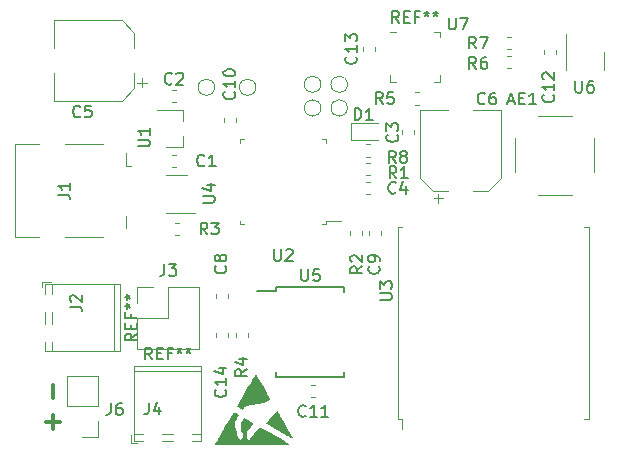
<source format=gbr>
G04 #@! TF.GenerationSoftware,KiCad,Pcbnew,(5.1.0)-1*
G04 #@! TF.CreationDate,2020-04-10T00:03:39+02:00*
G04 #@! TF.ProjectId,Heissluftballon,48656973-736c-4756-9674-62616c6c6f6e,rev?*
G04 #@! TF.SameCoordinates,Original*
G04 #@! TF.FileFunction,Legend,Top*
G04 #@! TF.FilePolarity,Positive*
%FSLAX46Y46*%
G04 Gerber Fmt 4.6, Leading zero omitted, Abs format (unit mm)*
G04 Created by KiCad (PCBNEW (5.1.0)-1) date 2020-04-10 00:03:39*
%MOMM*%
%LPD*%
G04 APERTURE LIST*
%ADD10C,0.300000*%
%ADD11C,0.010000*%
%ADD12C,0.120000*%
%ADD13C,0.150000*%
G04 APERTURE END LIST*
D10*
X70928571Y-112607142D02*
X72071428Y-112607142D01*
X71500000Y-113178571D02*
X71500000Y-112035714D01*
X71507142Y-110571428D02*
X71507142Y-109428571D01*
D11*
G36*
X88664043Y-108585835D02*
G01*
X88687065Y-108623245D01*
X88722534Y-108682514D01*
X88768996Y-108761118D01*
X88824996Y-108856538D01*
X88889081Y-108966250D01*
X88959796Y-109087734D01*
X89035687Y-109218468D01*
X89115299Y-109355930D01*
X89197178Y-109497598D01*
X89279870Y-109640951D01*
X89361921Y-109783467D01*
X89441876Y-109922624D01*
X89518281Y-110055901D01*
X89589682Y-110180776D01*
X89654624Y-110294727D01*
X89711653Y-110395233D01*
X89759315Y-110479772D01*
X89796155Y-110545822D01*
X89820720Y-110590862D01*
X89831554Y-110612370D01*
X89831951Y-110613714D01*
X89818501Y-110631965D01*
X89781114Y-110659882D01*
X89724235Y-110694725D01*
X89652312Y-110733754D01*
X89577015Y-110770843D01*
X89474560Y-110815817D01*
X89366817Y-110856226D01*
X89250073Y-110892969D01*
X89120618Y-110926942D01*
X88974740Y-110959044D01*
X88808726Y-110990173D01*
X88618866Y-111021227D01*
X88422469Y-111050145D01*
X88251834Y-111075800D01*
X88108545Y-111101198D01*
X87989008Y-111127602D01*
X87889630Y-111156273D01*
X87806818Y-111188473D01*
X87736978Y-111225465D01*
X87676518Y-111268512D01*
X87621845Y-111318875D01*
X87604214Y-111337583D01*
X87566000Y-111381139D01*
X87537732Y-111416682D01*
X87524618Y-111437583D01*
X87524268Y-111439297D01*
X87519680Y-111449806D01*
X87503758Y-111449924D01*
X87473266Y-111438254D01*
X87424968Y-111413396D01*
X87355627Y-111373952D01*
X87307439Y-111345587D01*
X87235583Y-111301247D01*
X87179742Y-111263279D01*
X87143667Y-111234416D01*
X87131113Y-111217388D01*
X87131121Y-111217264D01*
X87138906Y-111201037D01*
X87160892Y-111160400D01*
X87195803Y-111097567D01*
X87242363Y-111014752D01*
X87299295Y-110914172D01*
X87365323Y-110798040D01*
X87439172Y-110668571D01*
X87519564Y-110527980D01*
X87605224Y-110378482D01*
X87694876Y-110222292D01*
X87787243Y-110061624D01*
X87881049Y-109898693D01*
X87975018Y-109735713D01*
X88067874Y-109574900D01*
X88158340Y-109418468D01*
X88245141Y-109268633D01*
X88327000Y-109127608D01*
X88402641Y-108997609D01*
X88470787Y-108880849D01*
X88530163Y-108779545D01*
X88579493Y-108695911D01*
X88617500Y-108632162D01*
X88642907Y-108590511D01*
X88654440Y-108573175D01*
X88654923Y-108572805D01*
X88664043Y-108585835D01*
X88664043Y-108585835D01*
G37*
X88664043Y-108585835D02*
X88687065Y-108623245D01*
X88722534Y-108682514D01*
X88768996Y-108761118D01*
X88824996Y-108856538D01*
X88889081Y-108966250D01*
X88959796Y-109087734D01*
X89035687Y-109218468D01*
X89115299Y-109355930D01*
X89197178Y-109497598D01*
X89279870Y-109640951D01*
X89361921Y-109783467D01*
X89441876Y-109922624D01*
X89518281Y-110055901D01*
X89589682Y-110180776D01*
X89654624Y-110294727D01*
X89711653Y-110395233D01*
X89759315Y-110479772D01*
X89796155Y-110545822D01*
X89820720Y-110590862D01*
X89831554Y-110612370D01*
X89831951Y-110613714D01*
X89818501Y-110631965D01*
X89781114Y-110659882D01*
X89724235Y-110694725D01*
X89652312Y-110733754D01*
X89577015Y-110770843D01*
X89474560Y-110815817D01*
X89366817Y-110856226D01*
X89250073Y-110892969D01*
X89120618Y-110926942D01*
X88974740Y-110959044D01*
X88808726Y-110990173D01*
X88618866Y-111021227D01*
X88422469Y-111050145D01*
X88251834Y-111075800D01*
X88108545Y-111101198D01*
X87989008Y-111127602D01*
X87889630Y-111156273D01*
X87806818Y-111188473D01*
X87736978Y-111225465D01*
X87676518Y-111268512D01*
X87621845Y-111318875D01*
X87604214Y-111337583D01*
X87566000Y-111381139D01*
X87537732Y-111416682D01*
X87524618Y-111437583D01*
X87524268Y-111439297D01*
X87519680Y-111449806D01*
X87503758Y-111449924D01*
X87473266Y-111438254D01*
X87424968Y-111413396D01*
X87355627Y-111373952D01*
X87307439Y-111345587D01*
X87235583Y-111301247D01*
X87179742Y-111263279D01*
X87143667Y-111234416D01*
X87131113Y-111217388D01*
X87131121Y-111217264D01*
X87138906Y-111201037D01*
X87160892Y-111160400D01*
X87195803Y-111097567D01*
X87242363Y-111014752D01*
X87299295Y-110914172D01*
X87365323Y-110798040D01*
X87439172Y-110668571D01*
X87519564Y-110527980D01*
X87605224Y-110378482D01*
X87694876Y-110222292D01*
X87787243Y-110061624D01*
X87881049Y-109898693D01*
X87975018Y-109735713D01*
X88067874Y-109574900D01*
X88158340Y-109418468D01*
X88245141Y-109268633D01*
X88327000Y-109127608D01*
X88402641Y-108997609D01*
X88470787Y-108880849D01*
X88530163Y-108779545D01*
X88579493Y-108695911D01*
X88617500Y-108632162D01*
X88642907Y-108590511D01*
X88654440Y-108573175D01*
X88654923Y-108572805D01*
X88664043Y-108585835D01*
G36*
X90487528Y-111734619D02*
G01*
X90498908Y-111753693D01*
X90524488Y-111797421D01*
X90563002Y-111863619D01*
X90613186Y-111950102D01*
X90673775Y-112054685D01*
X90743503Y-112175183D01*
X90821107Y-112309412D01*
X90905320Y-112455187D01*
X90994879Y-112610323D01*
X91086998Y-112770000D01*
X91181076Y-112933117D01*
X91271402Y-113089709D01*
X91356665Y-113237506D01*
X91435557Y-113374240D01*
X91506769Y-113497642D01*
X91568991Y-113605444D01*
X91620913Y-113695377D01*
X91661228Y-113765173D01*
X91688624Y-113812564D01*
X91701507Y-113834786D01*
X91722507Y-113872330D01*
X91733925Y-113895831D01*
X91734551Y-113899920D01*
X91720636Y-113892242D01*
X91681941Y-113870203D01*
X91620487Y-113834971D01*
X91538298Y-113787711D01*
X91437396Y-113729589D01*
X91319805Y-113661771D01*
X91187546Y-113585424D01*
X91042642Y-113501714D01*
X90887117Y-113411806D01*
X90722992Y-113316867D01*
X90660549Y-113280732D01*
X90493487Y-113184083D01*
X90334074Y-113091938D01*
X90184355Y-113005475D01*
X90046376Y-112925871D01*
X89922185Y-112854305D01*
X89813827Y-112791955D01*
X89723348Y-112739998D01*
X89652796Y-112699613D01*
X89604215Y-112671978D01*
X89579654Y-112658272D01*
X89577085Y-112656974D01*
X89584569Y-112645220D01*
X89610614Y-112613795D01*
X89652559Y-112565594D01*
X89707746Y-112503510D01*
X89773517Y-112430439D01*
X89847212Y-112349276D01*
X89926173Y-112262916D01*
X90007740Y-112174253D01*
X90089254Y-112086182D01*
X90168057Y-112001599D01*
X90241490Y-111923397D01*
X90306893Y-111854472D01*
X90361608Y-111797719D01*
X90402977Y-111756032D01*
X90417164Y-111742363D01*
X90464180Y-111698201D01*
X90487528Y-111734619D01*
X90487528Y-111734619D01*
G37*
X90487528Y-111734619D02*
X90498908Y-111753693D01*
X90524488Y-111797421D01*
X90563002Y-111863619D01*
X90613186Y-111950102D01*
X90673775Y-112054685D01*
X90743503Y-112175183D01*
X90821107Y-112309412D01*
X90905320Y-112455187D01*
X90994879Y-112610323D01*
X91086998Y-112770000D01*
X91181076Y-112933117D01*
X91271402Y-113089709D01*
X91356665Y-113237506D01*
X91435557Y-113374240D01*
X91506769Y-113497642D01*
X91568991Y-113605444D01*
X91620913Y-113695377D01*
X91661228Y-113765173D01*
X91688624Y-113812564D01*
X91701507Y-113834786D01*
X91722507Y-113872330D01*
X91733925Y-113895831D01*
X91734551Y-113899920D01*
X91720636Y-113892242D01*
X91681941Y-113870203D01*
X91620487Y-113834971D01*
X91538298Y-113787711D01*
X91437396Y-113729589D01*
X91319805Y-113661771D01*
X91187546Y-113585424D01*
X91042642Y-113501714D01*
X90887117Y-113411806D01*
X90722992Y-113316867D01*
X90660549Y-113280732D01*
X90493487Y-113184083D01*
X90334074Y-113091938D01*
X90184355Y-113005475D01*
X90046376Y-112925871D01*
X89922185Y-112854305D01*
X89813827Y-112791955D01*
X89723348Y-112739998D01*
X89652796Y-112699613D01*
X89604215Y-112671978D01*
X89579654Y-112658272D01*
X89577085Y-112656974D01*
X89584569Y-112645220D01*
X89610614Y-112613795D01*
X89652559Y-112565594D01*
X89707746Y-112503510D01*
X89773517Y-112430439D01*
X89847212Y-112349276D01*
X89926173Y-112262916D01*
X90007740Y-112174253D01*
X90089254Y-112086182D01*
X90168057Y-112001599D01*
X90241490Y-111923397D01*
X90306893Y-111854472D01*
X90361608Y-111797719D01*
X90402977Y-111756032D01*
X90417164Y-111742363D01*
X90464180Y-111698201D01*
X90487528Y-111734619D01*
G36*
X86822094Y-111791158D02*
G01*
X86854619Y-111803736D01*
X86904193Y-111828712D01*
X86975374Y-111867876D01*
X86980916Y-111870988D01*
X87046474Y-111908476D01*
X87101798Y-111941319D01*
X87141455Y-111966205D01*
X87160012Y-111979820D01*
X87160531Y-111980487D01*
X87156048Y-111999390D01*
X87135486Y-112041605D01*
X87100183Y-112104832D01*
X87051480Y-112186772D01*
X86990718Y-112285122D01*
X86919236Y-112397585D01*
X86901445Y-112425165D01*
X86855093Y-112501699D01*
X86821342Y-112567556D01*
X86803153Y-112616782D01*
X86801286Y-112626507D01*
X86802115Y-112669312D01*
X86811394Y-112737209D01*
X86827968Y-112825843D01*
X86850680Y-112930859D01*
X86878373Y-113047902D01*
X86909890Y-113172616D01*
X86944075Y-113300645D01*
X86979771Y-113427634D01*
X87015821Y-113549228D01*
X87051068Y-113661072D01*
X87084356Y-113758810D01*
X87114528Y-113838087D01*
X87135561Y-113885122D01*
X87160337Y-113935225D01*
X87183730Y-113983168D01*
X87184997Y-113985793D01*
X87223699Y-114034220D01*
X87280184Y-114066828D01*
X87345939Y-114082454D01*
X87412451Y-114079937D01*
X87471205Y-114058114D01*
X87504258Y-114029382D01*
X87551859Y-113950583D01*
X87586739Y-113852378D01*
X87605877Y-113744779D01*
X87608588Y-113683780D01*
X87597670Y-113569935D01*
X87565624Y-113475660D01*
X87510726Y-113396379D01*
X87493607Y-113378733D01*
X87442661Y-113329235D01*
X87439163Y-112979362D01*
X87435664Y-112629489D01*
X87524818Y-112494531D01*
X87566654Y-112433445D01*
X87606945Y-112378493D01*
X87639943Y-112337336D01*
X87654126Y-112322192D01*
X87694281Y-112284810D01*
X87748665Y-112314098D01*
X87783039Y-112335084D01*
X87801846Y-112351378D01*
X87803049Y-112354307D01*
X87815903Y-112366728D01*
X87837896Y-112375977D01*
X87859150Y-112384313D01*
X87891694Y-112400149D01*
X87938322Y-112425033D01*
X88001829Y-112460509D01*
X88085008Y-112508123D01*
X88190653Y-112569422D01*
X88248062Y-112602932D01*
X88315594Y-112643071D01*
X88359885Y-112671659D01*
X88384855Y-112692039D01*
X88394423Y-112707553D01*
X88392508Y-112721546D01*
X88390911Y-112724796D01*
X88375376Y-112745266D01*
X88342136Y-112783665D01*
X88295062Y-112835696D01*
X88238028Y-112897066D01*
X88188700Y-112949090D01*
X88075030Y-113072567D01*
X87986105Y-113179591D01*
X87921134Y-113271240D01*
X87879321Y-113348588D01*
X87865217Y-113387866D01*
X87859392Y-113422249D01*
X87853375Y-113480899D01*
X87847696Y-113557117D01*
X87842884Y-113644202D01*
X87840619Y-113699268D01*
X87837459Y-113794464D01*
X87836069Y-113864062D01*
X87836858Y-113913409D01*
X87840235Y-113947854D01*
X87846608Y-113972743D01*
X87856387Y-113993425D01*
X87864067Y-114006053D01*
X87908421Y-114054726D01*
X87965574Y-114088645D01*
X88025708Y-114103438D01*
X88070773Y-114098086D01*
X88111576Y-114074930D01*
X88162724Y-114033462D01*
X88217042Y-113980912D01*
X88267357Y-113924516D01*
X88306494Y-113871505D01*
X88320905Y-113845889D01*
X88342491Y-113810814D01*
X88381753Y-113757389D01*
X88435102Y-113689789D01*
X88498952Y-113612190D01*
X88569715Y-113528768D01*
X88643804Y-113443698D01*
X88717632Y-113361155D01*
X88787611Y-113285316D01*
X88850155Y-113220356D01*
X88899260Y-113172669D01*
X88953779Y-113125032D01*
X88999642Y-113089908D01*
X89031811Y-113070949D01*
X89042489Y-113068864D01*
X89058853Y-113077274D01*
X89099671Y-113099846D01*
X89162586Y-113135224D01*
X89245244Y-113182054D01*
X89345289Y-113238981D01*
X89460366Y-113304649D01*
X89588119Y-113377703D01*
X89726194Y-113456788D01*
X89872234Y-113540548D01*
X90023884Y-113627629D01*
X90178790Y-113716676D01*
X90334595Y-113806332D01*
X90488944Y-113895243D01*
X90639482Y-113982054D01*
X90783854Y-114065409D01*
X90919704Y-114143954D01*
X91044677Y-114216333D01*
X91156417Y-114281190D01*
X91252570Y-114337171D01*
X91330779Y-114382920D01*
X91388689Y-114417083D01*
X91423946Y-114438304D01*
X91434165Y-114444963D01*
X91420402Y-114446280D01*
X91377104Y-114447559D01*
X91305714Y-114448796D01*
X91207673Y-114449983D01*
X91084422Y-114451115D01*
X90937403Y-114452186D01*
X90768057Y-114453189D01*
X90577826Y-114454119D01*
X90368151Y-114454968D01*
X90140473Y-114455732D01*
X89896235Y-114456403D01*
X89636877Y-114456976D01*
X89363841Y-114457444D01*
X89078568Y-114457802D01*
X88782500Y-114458042D01*
X88477079Y-114458159D01*
X88348924Y-114458171D01*
X85248970Y-114458171D01*
X85470053Y-114074847D01*
X85516856Y-113993680D01*
X85577102Y-113889166D01*
X85648778Y-113764801D01*
X85729869Y-113624082D01*
X85818362Y-113470503D01*
X85912240Y-113307562D01*
X86009491Y-113138754D01*
X86108100Y-112967575D01*
X86206053Y-112797521D01*
X86230825Y-112754512D01*
X86321152Y-112597857D01*
X86407289Y-112448803D01*
X86487942Y-112309568D01*
X86561816Y-112182371D01*
X86627617Y-112069432D01*
X86684050Y-111972968D01*
X86729821Y-111895200D01*
X86763635Y-111838346D01*
X86784198Y-111804625D01*
X86789953Y-111796040D01*
X86802058Y-111789189D01*
X86822094Y-111791158D01*
X86822094Y-111791158D01*
G37*
X86822094Y-111791158D02*
X86854619Y-111803736D01*
X86904193Y-111828712D01*
X86975374Y-111867876D01*
X86980916Y-111870988D01*
X87046474Y-111908476D01*
X87101798Y-111941319D01*
X87141455Y-111966205D01*
X87160012Y-111979820D01*
X87160531Y-111980487D01*
X87156048Y-111999390D01*
X87135486Y-112041605D01*
X87100183Y-112104832D01*
X87051480Y-112186772D01*
X86990718Y-112285122D01*
X86919236Y-112397585D01*
X86901445Y-112425165D01*
X86855093Y-112501699D01*
X86821342Y-112567556D01*
X86803153Y-112616782D01*
X86801286Y-112626507D01*
X86802115Y-112669312D01*
X86811394Y-112737209D01*
X86827968Y-112825843D01*
X86850680Y-112930859D01*
X86878373Y-113047902D01*
X86909890Y-113172616D01*
X86944075Y-113300645D01*
X86979771Y-113427634D01*
X87015821Y-113549228D01*
X87051068Y-113661072D01*
X87084356Y-113758810D01*
X87114528Y-113838087D01*
X87135561Y-113885122D01*
X87160337Y-113935225D01*
X87183730Y-113983168D01*
X87184997Y-113985793D01*
X87223699Y-114034220D01*
X87280184Y-114066828D01*
X87345939Y-114082454D01*
X87412451Y-114079937D01*
X87471205Y-114058114D01*
X87504258Y-114029382D01*
X87551859Y-113950583D01*
X87586739Y-113852378D01*
X87605877Y-113744779D01*
X87608588Y-113683780D01*
X87597670Y-113569935D01*
X87565624Y-113475660D01*
X87510726Y-113396379D01*
X87493607Y-113378733D01*
X87442661Y-113329235D01*
X87439163Y-112979362D01*
X87435664Y-112629489D01*
X87524818Y-112494531D01*
X87566654Y-112433445D01*
X87606945Y-112378493D01*
X87639943Y-112337336D01*
X87654126Y-112322192D01*
X87694281Y-112284810D01*
X87748665Y-112314098D01*
X87783039Y-112335084D01*
X87801846Y-112351378D01*
X87803049Y-112354307D01*
X87815903Y-112366728D01*
X87837896Y-112375977D01*
X87859150Y-112384313D01*
X87891694Y-112400149D01*
X87938322Y-112425033D01*
X88001829Y-112460509D01*
X88085008Y-112508123D01*
X88190653Y-112569422D01*
X88248062Y-112602932D01*
X88315594Y-112643071D01*
X88359885Y-112671659D01*
X88384855Y-112692039D01*
X88394423Y-112707553D01*
X88392508Y-112721546D01*
X88390911Y-112724796D01*
X88375376Y-112745266D01*
X88342136Y-112783665D01*
X88295062Y-112835696D01*
X88238028Y-112897066D01*
X88188700Y-112949090D01*
X88075030Y-113072567D01*
X87986105Y-113179591D01*
X87921134Y-113271240D01*
X87879321Y-113348588D01*
X87865217Y-113387866D01*
X87859392Y-113422249D01*
X87853375Y-113480899D01*
X87847696Y-113557117D01*
X87842884Y-113644202D01*
X87840619Y-113699268D01*
X87837459Y-113794464D01*
X87836069Y-113864062D01*
X87836858Y-113913409D01*
X87840235Y-113947854D01*
X87846608Y-113972743D01*
X87856387Y-113993425D01*
X87864067Y-114006053D01*
X87908421Y-114054726D01*
X87965574Y-114088645D01*
X88025708Y-114103438D01*
X88070773Y-114098086D01*
X88111576Y-114074930D01*
X88162724Y-114033462D01*
X88217042Y-113980912D01*
X88267357Y-113924516D01*
X88306494Y-113871505D01*
X88320905Y-113845889D01*
X88342491Y-113810814D01*
X88381753Y-113757389D01*
X88435102Y-113689789D01*
X88498952Y-113612190D01*
X88569715Y-113528768D01*
X88643804Y-113443698D01*
X88717632Y-113361155D01*
X88787611Y-113285316D01*
X88850155Y-113220356D01*
X88899260Y-113172669D01*
X88953779Y-113125032D01*
X88999642Y-113089908D01*
X89031811Y-113070949D01*
X89042489Y-113068864D01*
X89058853Y-113077274D01*
X89099671Y-113099846D01*
X89162586Y-113135224D01*
X89245244Y-113182054D01*
X89345289Y-113238981D01*
X89460366Y-113304649D01*
X89588119Y-113377703D01*
X89726194Y-113456788D01*
X89872234Y-113540548D01*
X90023884Y-113627629D01*
X90178790Y-113716676D01*
X90334595Y-113806332D01*
X90488944Y-113895243D01*
X90639482Y-113982054D01*
X90783854Y-114065409D01*
X90919704Y-114143954D01*
X91044677Y-114216333D01*
X91156417Y-114281190D01*
X91252570Y-114337171D01*
X91330779Y-114382920D01*
X91388689Y-114417083D01*
X91423946Y-114438304D01*
X91434165Y-114444963D01*
X91420402Y-114446280D01*
X91377104Y-114447559D01*
X91305714Y-114448796D01*
X91207673Y-114449983D01*
X91084422Y-114451115D01*
X90937403Y-114452186D01*
X90768057Y-114453189D01*
X90577826Y-114454119D01*
X90368151Y-114454968D01*
X90140473Y-114455732D01*
X89896235Y-114456403D01*
X89636877Y-114456976D01*
X89363841Y-114457444D01*
X89078568Y-114457802D01*
X88782500Y-114458042D01*
X88477079Y-114458159D01*
X88348924Y-114458171D01*
X85248970Y-114458171D01*
X85470053Y-114074847D01*
X85516856Y-113993680D01*
X85577102Y-113889166D01*
X85648778Y-113764801D01*
X85729869Y-113624082D01*
X85818362Y-113470503D01*
X85912240Y-113307562D01*
X86009491Y-113138754D01*
X86108100Y-112967575D01*
X86206053Y-112797521D01*
X86230825Y-112754512D01*
X86321152Y-112597857D01*
X86407289Y-112448803D01*
X86487942Y-112309568D01*
X86561816Y-112182371D01*
X86627617Y-112069432D01*
X86684050Y-111972968D01*
X86729821Y-111895200D01*
X86763635Y-111838346D01*
X86784198Y-111804625D01*
X86789953Y-111796040D01*
X86802058Y-111789189D01*
X86822094Y-111791158D01*
D12*
X78390000Y-107840000D02*
X78390000Y-114160000D01*
X78390000Y-113600000D02*
X79160000Y-113600000D01*
X80740000Y-113600000D02*
X81700000Y-113600000D01*
X78390000Y-108300000D02*
X84050000Y-108300000D01*
X83280000Y-113600000D02*
X84050000Y-113600000D01*
X78390000Y-107840000D02*
X84050000Y-107840000D01*
X78390000Y-114160000D02*
X79160000Y-114160000D01*
X80740000Y-114160000D02*
X81700000Y-114160000D01*
X83280000Y-114160000D02*
X84050000Y-114160000D01*
X84050000Y-107840000D02*
X84050000Y-114160000D01*
X78150000Y-114400000D02*
X78650000Y-114400000D01*
X78150000Y-113660000D02*
X78150000Y-114400000D01*
X77160000Y-100940000D02*
X70840000Y-100940000D01*
X71400000Y-100940000D02*
X71400000Y-101710000D01*
X71400000Y-103290000D02*
X71400000Y-104250000D01*
X76700000Y-100940000D02*
X76700000Y-106600000D01*
X71400000Y-105830000D02*
X71400000Y-106600000D01*
X77160000Y-100940000D02*
X77160000Y-106600000D01*
X70840000Y-100940000D02*
X70840000Y-101710000D01*
X70840000Y-103290000D02*
X70840000Y-104250000D01*
X70840000Y-105830000D02*
X70840000Y-106600000D01*
X77160000Y-106600000D02*
X70840000Y-106600000D01*
X70600000Y-100700000D02*
X70600000Y-101200000D01*
X71340000Y-100700000D02*
X70600000Y-100700000D01*
X100550000Y-83760000D02*
X100040000Y-83760000D01*
X104260000Y-83250000D02*
X104260000Y-83760000D01*
X100040000Y-83250000D02*
X100040000Y-83760000D01*
X103750000Y-79540000D02*
X104260000Y-79540000D01*
X103750000Y-83760000D02*
X104260000Y-83760000D01*
X100550000Y-79540000D02*
X100040000Y-79540000D01*
X104260000Y-79950000D02*
X104260000Y-79540000D01*
X98037221Y-90110000D02*
X98362779Y-90110000D01*
X98037221Y-89090000D02*
X98362779Y-89090000D01*
X96715000Y-88735000D02*
X99000000Y-88735000D01*
X96715000Y-87265000D02*
X96715000Y-88735000D01*
X99000000Y-87265000D02*
X96715000Y-87265000D01*
X96450000Y-84000000D02*
G75*
G03X96450000Y-84000000I-700000J0D01*
G01*
X94200000Y-86000000D02*
G75*
G03X94200000Y-86000000I-700000J0D01*
G01*
X96450000Y-86000000D02*
G75*
G03X96450000Y-86000000I-700000J0D01*
G01*
X94200000Y-84000000D02*
G75*
G03X94200000Y-84000000I-700000J0D01*
G01*
X85200000Y-84250000D02*
G75*
G03X85200000Y-84250000I-700000J0D01*
G01*
X88700000Y-84250000D02*
G75*
G03X88700000Y-84250000I-700000J0D01*
G01*
X103758750Y-93643750D02*
X104546250Y-93643750D01*
X104152500Y-94037500D02*
X104152500Y-93250000D01*
X108345563Y-93010000D02*
X109410000Y-91945563D01*
X103654437Y-93010000D02*
X102590000Y-91945563D01*
X103654437Y-93010000D02*
X104940000Y-93010000D01*
X108345563Y-93010000D02*
X107060000Y-93010000D01*
X109410000Y-91945563D02*
X109410000Y-86190000D01*
X102590000Y-91945563D02*
X102590000Y-86190000D01*
X102590000Y-86190000D02*
X104940000Y-86190000D01*
X109410000Y-86190000D02*
X107060000Y-86190000D01*
X75330000Y-113870000D02*
X74000000Y-113870000D01*
X75330000Y-112540000D02*
X75330000Y-113870000D01*
X75330000Y-111270000D02*
X72670000Y-111270000D01*
X72670000Y-111270000D02*
X72670000Y-108670000D01*
X75330000Y-111270000D02*
X75330000Y-108670000D01*
X75330000Y-108670000D02*
X72670000Y-108670000D01*
X110262779Y-79990000D02*
X109937221Y-79990000D01*
X110262779Y-81010000D02*
X109937221Y-81010000D01*
X110262779Y-81590000D02*
X109937221Y-81590000D01*
X110262779Y-82610000D02*
X109937221Y-82610000D01*
X102137221Y-85710000D02*
X102462779Y-85710000D01*
X102137221Y-84690000D02*
X102462779Y-84690000D01*
X112550000Y-86645000D02*
X115450000Y-86645000D01*
X112550000Y-93355000D02*
X115450000Y-93355000D01*
X117355000Y-88550000D02*
X117355000Y-91450000D01*
X110645000Y-88550000D02*
X110645000Y-91450000D01*
X78670000Y-101170000D02*
X80000000Y-101170000D01*
X78670000Y-102500000D02*
X78670000Y-101170000D01*
X81270000Y-101170000D02*
X83870000Y-101170000D01*
X81270000Y-103770000D02*
X81270000Y-101170000D01*
X78670000Y-103770000D02*
X81270000Y-103770000D01*
X83870000Y-101170000D02*
X83870000Y-106370000D01*
X78670000Y-103770000D02*
X78670000Y-106370000D01*
X78670000Y-106370000D02*
X83870000Y-106370000D01*
X85290000Y-105037221D02*
X85290000Y-105362779D01*
X86310000Y-105037221D02*
X86310000Y-105362779D01*
X97790000Y-80837221D02*
X97790000Y-81162779D01*
X98810000Y-80837221D02*
X98810000Y-81162779D01*
X114990000Y-79750000D02*
X114990000Y-82750000D01*
X118210000Y-81250000D02*
X118210000Y-82750000D01*
D13*
X90425000Y-101475000D02*
X88825000Y-101475000D01*
X90425000Y-108775000D02*
X96175000Y-108775000D01*
X90425000Y-101125000D02*
X96175000Y-101125000D01*
X90425000Y-108775000D02*
X90425000Y-108325000D01*
X96175000Y-108775000D02*
X96175000Y-108325000D01*
X96175000Y-101125000D02*
X96175000Y-101575000D01*
X90425000Y-101125000D02*
X90425000Y-101475000D01*
D12*
X81100000Y-94860000D02*
X83550000Y-94860000D01*
X82900000Y-91640000D02*
X81100000Y-91640000D01*
X94610000Y-95560000D02*
X95925000Y-95560000D01*
X94610000Y-95860000D02*
X94610000Y-95560000D01*
X94310000Y-95860000D02*
X94610000Y-95860000D01*
X87390000Y-95860000D02*
X87390000Y-95560000D01*
X87690000Y-95860000D02*
X87390000Y-95860000D01*
X94610000Y-88640000D02*
X94610000Y-88940000D01*
X94310000Y-88640000D02*
X94610000Y-88640000D01*
X87390000Y-88640000D02*
X87390000Y-88940000D01*
X87690000Y-88640000D02*
X87390000Y-88640000D01*
X87040000Y-105037221D02*
X87040000Y-105362779D01*
X88060000Y-105037221D02*
X88060000Y-105362779D01*
X81837221Y-96760000D02*
X82162779Y-96760000D01*
X81837221Y-95740000D02*
X82162779Y-95740000D01*
X97710000Y-96762779D02*
X97710000Y-96437221D01*
X96690000Y-96762779D02*
X96690000Y-96437221D01*
X98037221Y-91710000D02*
X98362779Y-91710000D01*
X98037221Y-90690000D02*
X98362779Y-90690000D01*
X68340000Y-89090000D02*
X70290000Y-89090000D01*
X72510000Y-89090000D02*
X75740000Y-89090000D01*
X77660000Y-89810000D02*
X77660000Y-90890000D01*
X77660000Y-95110000D02*
X77660000Y-96190000D01*
X72510000Y-96910000D02*
X75740000Y-96910000D01*
X68340000Y-96910000D02*
X70290000Y-96910000D01*
X77660000Y-90890000D02*
X78090000Y-90890000D01*
X68340000Y-96910000D02*
X68340000Y-89090000D01*
X113090000Y-81087221D02*
X113090000Y-81412779D01*
X114110000Y-81087221D02*
X114110000Y-81412779D01*
X93387221Y-110460000D02*
X93712779Y-110460000D01*
X93387221Y-109440000D02*
X93712779Y-109440000D01*
X85990000Y-86837221D02*
X85990000Y-87162779D01*
X87010000Y-86837221D02*
X87010000Y-87162779D01*
X98290000Y-96437221D02*
X98290000Y-96762779D01*
X99310000Y-96437221D02*
X99310000Y-96762779D01*
X85290000Y-101787221D02*
X85290000Y-102112779D01*
X86310000Y-101787221D02*
X86310000Y-102112779D01*
X79043750Y-84241250D02*
X79043750Y-83453750D01*
X79437500Y-83847500D02*
X78650000Y-83847500D01*
X78410000Y-79654437D02*
X77345563Y-78590000D01*
X78410000Y-84345563D02*
X77345563Y-85410000D01*
X78410000Y-84345563D02*
X78410000Y-83060000D01*
X78410000Y-79654437D02*
X78410000Y-80940000D01*
X77345563Y-78590000D02*
X71590000Y-78590000D01*
X77345563Y-85410000D02*
X71590000Y-85410000D01*
X71590000Y-85410000D02*
X71590000Y-83060000D01*
X71590000Y-78590000D02*
X71590000Y-80940000D01*
X98362779Y-92290000D02*
X98037221Y-92290000D01*
X98362779Y-93310000D02*
X98037221Y-93310000D01*
X101050000Y-112300000D02*
X101050000Y-113200000D01*
X100700000Y-112300000D02*
X101050000Y-112300000D01*
X116900000Y-96100000D02*
X116500000Y-96100000D01*
X116900000Y-112300000D02*
X116900000Y-96100000D01*
X116500000Y-112300000D02*
X116900000Y-112300000D01*
X100700000Y-96100000D02*
X101100000Y-96100000D01*
X100700000Y-112300000D02*
X100700000Y-96100000D01*
X82510000Y-89330000D02*
X81050000Y-89330000D01*
X82510000Y-86170000D02*
X80350000Y-86170000D01*
X82510000Y-86170000D02*
X82510000Y-87100000D01*
X82510000Y-89330000D02*
X82510000Y-88400000D01*
X101090000Y-87837221D02*
X101090000Y-88162779D01*
X102110000Y-87837221D02*
X102110000Y-88162779D01*
X81587221Y-85510000D02*
X81912779Y-85510000D01*
X81587221Y-84490000D02*
X81912779Y-84490000D01*
X81587221Y-91010000D02*
X81912779Y-91010000D01*
X81587221Y-89990000D02*
X81912779Y-89990000D01*
D13*
X79616666Y-110952380D02*
X79616666Y-111666666D01*
X79569047Y-111809523D01*
X79473809Y-111904761D01*
X79330952Y-111952380D01*
X79235714Y-111952380D01*
X80521428Y-111285714D02*
X80521428Y-111952380D01*
X80283333Y-110904761D02*
X80045238Y-111619047D01*
X80664285Y-111619047D01*
X79886666Y-107292380D02*
X79553333Y-106816190D01*
X79315238Y-107292380D02*
X79315238Y-106292380D01*
X79696190Y-106292380D01*
X79791428Y-106340000D01*
X79839047Y-106387619D01*
X79886666Y-106482857D01*
X79886666Y-106625714D01*
X79839047Y-106720952D01*
X79791428Y-106768571D01*
X79696190Y-106816190D01*
X79315238Y-106816190D01*
X80315238Y-106768571D02*
X80648571Y-106768571D01*
X80791428Y-107292380D02*
X80315238Y-107292380D01*
X80315238Y-106292380D01*
X80791428Y-106292380D01*
X81553333Y-106768571D02*
X81220000Y-106768571D01*
X81220000Y-107292380D02*
X81220000Y-106292380D01*
X81696190Y-106292380D01*
X82220000Y-106292380D02*
X82220000Y-106530476D01*
X81981904Y-106435238D02*
X82220000Y-106530476D01*
X82458095Y-106435238D01*
X82077142Y-106720952D02*
X82220000Y-106530476D01*
X82362857Y-106720952D01*
X82981904Y-106292380D02*
X82981904Y-106530476D01*
X82743809Y-106435238D02*
X82981904Y-106530476D01*
X83220000Y-106435238D01*
X82839047Y-106720952D02*
X82981904Y-106530476D01*
X83124761Y-106720952D01*
X72952380Y-102833333D02*
X73666666Y-102833333D01*
X73809523Y-102880952D01*
X73904761Y-102976190D01*
X73952380Y-103119047D01*
X73952380Y-103214285D01*
X73047619Y-102404761D02*
X73000000Y-102357142D01*
X72952380Y-102261904D01*
X72952380Y-102023809D01*
X73000000Y-101928571D01*
X73047619Y-101880952D01*
X73142857Y-101833333D01*
X73238095Y-101833333D01*
X73380952Y-101880952D01*
X73952380Y-102452380D01*
X73952380Y-101833333D01*
X78612380Y-105103333D02*
X78136190Y-105436666D01*
X78612380Y-105674761D02*
X77612380Y-105674761D01*
X77612380Y-105293809D01*
X77660000Y-105198571D01*
X77707619Y-105150952D01*
X77802857Y-105103333D01*
X77945714Y-105103333D01*
X78040952Y-105150952D01*
X78088571Y-105198571D01*
X78136190Y-105293809D01*
X78136190Y-105674761D01*
X78088571Y-104674761D02*
X78088571Y-104341428D01*
X78612380Y-104198571D02*
X78612380Y-104674761D01*
X77612380Y-104674761D01*
X77612380Y-104198571D01*
X78088571Y-103436666D02*
X78088571Y-103770000D01*
X78612380Y-103770000D02*
X77612380Y-103770000D01*
X77612380Y-103293809D01*
X77612380Y-102770000D02*
X77850476Y-102770000D01*
X77755238Y-103008095D02*
X77850476Y-102770000D01*
X77755238Y-102531904D01*
X78040952Y-102912857D02*
X77850476Y-102770000D01*
X78040952Y-102627142D01*
X77612380Y-102008095D02*
X77850476Y-102008095D01*
X77755238Y-102246190D02*
X77850476Y-102008095D01*
X77755238Y-101770000D01*
X78040952Y-102150952D02*
X77850476Y-102008095D01*
X78040952Y-101865238D01*
X105038095Y-78352380D02*
X105038095Y-79161904D01*
X105085714Y-79257142D01*
X105133333Y-79304761D01*
X105228571Y-79352380D01*
X105419047Y-79352380D01*
X105514285Y-79304761D01*
X105561904Y-79257142D01*
X105609523Y-79161904D01*
X105609523Y-78352380D01*
X105990476Y-78352380D02*
X106657142Y-78352380D01*
X106228571Y-79352380D01*
X100816666Y-78802380D02*
X100483333Y-78326190D01*
X100245238Y-78802380D02*
X100245238Y-77802380D01*
X100626190Y-77802380D01*
X100721428Y-77850000D01*
X100769047Y-77897619D01*
X100816666Y-77992857D01*
X100816666Y-78135714D01*
X100769047Y-78230952D01*
X100721428Y-78278571D01*
X100626190Y-78326190D01*
X100245238Y-78326190D01*
X101245238Y-78278571D02*
X101578571Y-78278571D01*
X101721428Y-78802380D02*
X101245238Y-78802380D01*
X101245238Y-77802380D01*
X101721428Y-77802380D01*
X102483333Y-78278571D02*
X102150000Y-78278571D01*
X102150000Y-78802380D02*
X102150000Y-77802380D01*
X102626190Y-77802380D01*
X103150000Y-77802380D02*
X103150000Y-78040476D01*
X102911904Y-77945238D02*
X103150000Y-78040476D01*
X103388095Y-77945238D01*
X103007142Y-78230952D02*
X103150000Y-78040476D01*
X103292857Y-78230952D01*
X103911904Y-77802380D02*
X103911904Y-78040476D01*
X103673809Y-77945238D02*
X103911904Y-78040476D01*
X104150000Y-77945238D01*
X103769047Y-78230952D02*
X103911904Y-78040476D01*
X104054761Y-78230952D01*
X100533333Y-90652380D02*
X100200000Y-90176190D01*
X99961904Y-90652380D02*
X99961904Y-89652380D01*
X100342857Y-89652380D01*
X100438095Y-89700000D01*
X100485714Y-89747619D01*
X100533333Y-89842857D01*
X100533333Y-89985714D01*
X100485714Y-90080952D01*
X100438095Y-90128571D01*
X100342857Y-90176190D01*
X99961904Y-90176190D01*
X101104761Y-90080952D02*
X101009523Y-90033333D01*
X100961904Y-89985714D01*
X100914285Y-89890476D01*
X100914285Y-89842857D01*
X100961904Y-89747619D01*
X101009523Y-89700000D01*
X101104761Y-89652380D01*
X101295238Y-89652380D01*
X101390476Y-89700000D01*
X101438095Y-89747619D01*
X101485714Y-89842857D01*
X101485714Y-89890476D01*
X101438095Y-89985714D01*
X101390476Y-90033333D01*
X101295238Y-90080952D01*
X101104761Y-90080952D01*
X101009523Y-90128571D01*
X100961904Y-90176190D01*
X100914285Y-90271428D01*
X100914285Y-90461904D01*
X100961904Y-90557142D01*
X101009523Y-90604761D01*
X101104761Y-90652380D01*
X101295238Y-90652380D01*
X101390476Y-90604761D01*
X101438095Y-90557142D01*
X101485714Y-90461904D01*
X101485714Y-90271428D01*
X101438095Y-90176190D01*
X101390476Y-90128571D01*
X101295238Y-90080952D01*
X97061904Y-87022380D02*
X97061904Y-86022380D01*
X97300000Y-86022380D01*
X97442857Y-86070000D01*
X97538095Y-86165238D01*
X97585714Y-86260476D01*
X97633333Y-86450952D01*
X97633333Y-86593809D01*
X97585714Y-86784285D01*
X97538095Y-86879523D01*
X97442857Y-86974761D01*
X97300000Y-87022380D01*
X97061904Y-87022380D01*
X98585714Y-87022380D02*
X98014285Y-87022380D01*
X98300000Y-87022380D02*
X98300000Y-86022380D01*
X98204761Y-86165238D01*
X98109523Y-86260476D01*
X98014285Y-86308095D01*
X108083333Y-85607142D02*
X108035714Y-85654761D01*
X107892857Y-85702380D01*
X107797619Y-85702380D01*
X107654761Y-85654761D01*
X107559523Y-85559523D01*
X107511904Y-85464285D01*
X107464285Y-85273809D01*
X107464285Y-85130952D01*
X107511904Y-84940476D01*
X107559523Y-84845238D01*
X107654761Y-84750000D01*
X107797619Y-84702380D01*
X107892857Y-84702380D01*
X108035714Y-84750000D01*
X108083333Y-84797619D01*
X108940476Y-84702380D02*
X108750000Y-84702380D01*
X108654761Y-84750000D01*
X108607142Y-84797619D01*
X108511904Y-84940476D01*
X108464285Y-85130952D01*
X108464285Y-85511904D01*
X108511904Y-85607142D01*
X108559523Y-85654761D01*
X108654761Y-85702380D01*
X108845238Y-85702380D01*
X108940476Y-85654761D01*
X108988095Y-85607142D01*
X109035714Y-85511904D01*
X109035714Y-85273809D01*
X108988095Y-85178571D01*
X108940476Y-85130952D01*
X108845238Y-85083333D01*
X108654761Y-85083333D01*
X108559523Y-85130952D01*
X108511904Y-85178571D01*
X108464285Y-85273809D01*
X76416666Y-110992380D02*
X76416666Y-111706666D01*
X76369047Y-111849523D01*
X76273809Y-111944761D01*
X76130952Y-111992380D01*
X76035714Y-111992380D01*
X77321428Y-110992380D02*
X77130952Y-110992380D01*
X77035714Y-111040000D01*
X76988095Y-111087619D01*
X76892857Y-111230476D01*
X76845238Y-111420952D01*
X76845238Y-111801904D01*
X76892857Y-111897142D01*
X76940476Y-111944761D01*
X77035714Y-111992380D01*
X77226190Y-111992380D01*
X77321428Y-111944761D01*
X77369047Y-111897142D01*
X77416666Y-111801904D01*
X77416666Y-111563809D01*
X77369047Y-111468571D01*
X77321428Y-111420952D01*
X77226190Y-111373333D01*
X77035714Y-111373333D01*
X76940476Y-111420952D01*
X76892857Y-111468571D01*
X76845238Y-111563809D01*
X107333333Y-80952380D02*
X107000000Y-80476190D01*
X106761904Y-80952380D02*
X106761904Y-79952380D01*
X107142857Y-79952380D01*
X107238095Y-80000000D01*
X107285714Y-80047619D01*
X107333333Y-80142857D01*
X107333333Y-80285714D01*
X107285714Y-80380952D01*
X107238095Y-80428571D01*
X107142857Y-80476190D01*
X106761904Y-80476190D01*
X107666666Y-79952380D02*
X108333333Y-79952380D01*
X107904761Y-80952380D01*
X107333333Y-82702380D02*
X107000000Y-82226190D01*
X106761904Y-82702380D02*
X106761904Y-81702380D01*
X107142857Y-81702380D01*
X107238095Y-81750000D01*
X107285714Y-81797619D01*
X107333333Y-81892857D01*
X107333333Y-82035714D01*
X107285714Y-82130952D01*
X107238095Y-82178571D01*
X107142857Y-82226190D01*
X106761904Y-82226190D01*
X108190476Y-81702380D02*
X108000000Y-81702380D01*
X107904761Y-81750000D01*
X107857142Y-81797619D01*
X107761904Y-81940476D01*
X107714285Y-82130952D01*
X107714285Y-82511904D01*
X107761904Y-82607142D01*
X107809523Y-82654761D01*
X107904761Y-82702380D01*
X108095238Y-82702380D01*
X108190476Y-82654761D01*
X108238095Y-82607142D01*
X108285714Y-82511904D01*
X108285714Y-82273809D01*
X108238095Y-82178571D01*
X108190476Y-82130952D01*
X108095238Y-82083333D01*
X107904761Y-82083333D01*
X107809523Y-82130952D01*
X107761904Y-82178571D01*
X107714285Y-82273809D01*
X99433333Y-85652380D02*
X99100000Y-85176190D01*
X98861904Y-85652380D02*
X98861904Y-84652380D01*
X99242857Y-84652380D01*
X99338095Y-84700000D01*
X99385714Y-84747619D01*
X99433333Y-84842857D01*
X99433333Y-84985714D01*
X99385714Y-85080952D01*
X99338095Y-85128571D01*
X99242857Y-85176190D01*
X98861904Y-85176190D01*
X100338095Y-84652380D02*
X99861904Y-84652380D01*
X99814285Y-85128571D01*
X99861904Y-85080952D01*
X99957142Y-85033333D01*
X100195238Y-85033333D01*
X100290476Y-85080952D01*
X100338095Y-85128571D01*
X100385714Y-85223809D01*
X100385714Y-85461904D01*
X100338095Y-85557142D01*
X100290476Y-85604761D01*
X100195238Y-85652380D01*
X99957142Y-85652380D01*
X99861904Y-85604761D01*
X99814285Y-85557142D01*
X110083333Y-85416666D02*
X110559523Y-85416666D01*
X109988095Y-85702380D02*
X110321428Y-84702380D01*
X110654761Y-85702380D01*
X110988095Y-85178571D02*
X111321428Y-85178571D01*
X111464285Y-85702380D02*
X110988095Y-85702380D01*
X110988095Y-84702380D01*
X111464285Y-84702380D01*
X112416666Y-85702380D02*
X111845238Y-85702380D01*
X112130952Y-85702380D02*
X112130952Y-84702380D01*
X112035714Y-84845238D01*
X111940476Y-84940476D01*
X111845238Y-84988095D01*
X80936666Y-99202380D02*
X80936666Y-99916666D01*
X80889047Y-100059523D01*
X80793809Y-100154761D01*
X80650952Y-100202380D01*
X80555714Y-100202380D01*
X81317619Y-99202380D02*
X81936666Y-99202380D01*
X81603333Y-99583333D01*
X81746190Y-99583333D01*
X81841428Y-99630952D01*
X81889047Y-99678571D01*
X81936666Y-99773809D01*
X81936666Y-100011904D01*
X81889047Y-100107142D01*
X81841428Y-100154761D01*
X81746190Y-100202380D01*
X81460476Y-100202380D01*
X81365238Y-100154761D01*
X81317619Y-100107142D01*
X86107142Y-109842857D02*
X86154761Y-109890476D01*
X86202380Y-110033333D01*
X86202380Y-110128571D01*
X86154761Y-110271428D01*
X86059523Y-110366666D01*
X85964285Y-110414285D01*
X85773809Y-110461904D01*
X85630952Y-110461904D01*
X85440476Y-110414285D01*
X85345238Y-110366666D01*
X85250000Y-110271428D01*
X85202380Y-110128571D01*
X85202380Y-110033333D01*
X85250000Y-109890476D01*
X85297619Y-109842857D01*
X86202380Y-108890476D02*
X86202380Y-109461904D01*
X86202380Y-109176190D02*
X85202380Y-109176190D01*
X85345238Y-109271428D01*
X85440476Y-109366666D01*
X85488095Y-109461904D01*
X85535714Y-108033333D02*
X86202380Y-108033333D01*
X85154761Y-108271428D02*
X85869047Y-108509523D01*
X85869047Y-107890476D01*
X97157142Y-81642857D02*
X97204761Y-81690476D01*
X97252380Y-81833333D01*
X97252380Y-81928571D01*
X97204761Y-82071428D01*
X97109523Y-82166666D01*
X97014285Y-82214285D01*
X96823809Y-82261904D01*
X96680952Y-82261904D01*
X96490476Y-82214285D01*
X96395238Y-82166666D01*
X96300000Y-82071428D01*
X96252380Y-81928571D01*
X96252380Y-81833333D01*
X96300000Y-81690476D01*
X96347619Y-81642857D01*
X97252380Y-80690476D02*
X97252380Y-81261904D01*
X97252380Y-80976190D02*
X96252380Y-80976190D01*
X96395238Y-81071428D01*
X96490476Y-81166666D01*
X96538095Y-81261904D01*
X96252380Y-80357142D02*
X96252380Y-79738095D01*
X96633333Y-80071428D01*
X96633333Y-79928571D01*
X96680952Y-79833333D01*
X96728571Y-79785714D01*
X96823809Y-79738095D01*
X97061904Y-79738095D01*
X97157142Y-79785714D01*
X97204761Y-79833333D01*
X97252380Y-79928571D01*
X97252380Y-80214285D01*
X97204761Y-80309523D01*
X97157142Y-80357142D01*
X115738095Y-83702380D02*
X115738095Y-84511904D01*
X115785714Y-84607142D01*
X115833333Y-84654761D01*
X115928571Y-84702380D01*
X116119047Y-84702380D01*
X116214285Y-84654761D01*
X116261904Y-84607142D01*
X116309523Y-84511904D01*
X116309523Y-83702380D01*
X117214285Y-83702380D02*
X117023809Y-83702380D01*
X116928571Y-83750000D01*
X116880952Y-83797619D01*
X116785714Y-83940476D01*
X116738095Y-84130952D01*
X116738095Y-84511904D01*
X116785714Y-84607142D01*
X116833333Y-84654761D01*
X116928571Y-84702380D01*
X117119047Y-84702380D01*
X117214285Y-84654761D01*
X117261904Y-84607142D01*
X117309523Y-84511904D01*
X117309523Y-84273809D01*
X117261904Y-84178571D01*
X117214285Y-84130952D01*
X117119047Y-84083333D01*
X116928571Y-84083333D01*
X116833333Y-84130952D01*
X116785714Y-84178571D01*
X116738095Y-84273809D01*
X92538095Y-99652380D02*
X92538095Y-100461904D01*
X92585714Y-100557142D01*
X92633333Y-100604761D01*
X92728571Y-100652380D01*
X92919047Y-100652380D01*
X93014285Y-100604761D01*
X93061904Y-100557142D01*
X93109523Y-100461904D01*
X93109523Y-99652380D01*
X94061904Y-99652380D02*
X93585714Y-99652380D01*
X93538095Y-100128571D01*
X93585714Y-100080952D01*
X93680952Y-100033333D01*
X93919047Y-100033333D01*
X94014285Y-100080952D01*
X94061904Y-100128571D01*
X94109523Y-100223809D01*
X94109523Y-100461904D01*
X94061904Y-100557142D01*
X94014285Y-100604761D01*
X93919047Y-100652380D01*
X93680952Y-100652380D01*
X93585714Y-100604761D01*
X93538095Y-100557142D01*
X84202380Y-94011904D02*
X85011904Y-94011904D01*
X85107142Y-93964285D01*
X85154761Y-93916666D01*
X85202380Y-93821428D01*
X85202380Y-93630952D01*
X85154761Y-93535714D01*
X85107142Y-93488095D01*
X85011904Y-93440476D01*
X84202380Y-93440476D01*
X84535714Y-92535714D02*
X85202380Y-92535714D01*
X84154761Y-92773809D02*
X84869047Y-93011904D01*
X84869047Y-92392857D01*
X90238095Y-97952380D02*
X90238095Y-98761904D01*
X90285714Y-98857142D01*
X90333333Y-98904761D01*
X90428571Y-98952380D01*
X90619047Y-98952380D01*
X90714285Y-98904761D01*
X90761904Y-98857142D01*
X90809523Y-98761904D01*
X90809523Y-97952380D01*
X91238095Y-98047619D02*
X91285714Y-98000000D01*
X91380952Y-97952380D01*
X91619047Y-97952380D01*
X91714285Y-98000000D01*
X91761904Y-98047619D01*
X91809523Y-98142857D01*
X91809523Y-98238095D01*
X91761904Y-98380952D01*
X91190476Y-98952380D01*
X91809523Y-98952380D01*
X87952380Y-108116666D02*
X87476190Y-108450000D01*
X87952380Y-108688095D02*
X86952380Y-108688095D01*
X86952380Y-108307142D01*
X87000000Y-108211904D01*
X87047619Y-108164285D01*
X87142857Y-108116666D01*
X87285714Y-108116666D01*
X87380952Y-108164285D01*
X87428571Y-108211904D01*
X87476190Y-108307142D01*
X87476190Y-108688095D01*
X87285714Y-107259523D02*
X87952380Y-107259523D01*
X86904761Y-107497619D02*
X87619047Y-107735714D01*
X87619047Y-107116666D01*
X84583333Y-96702380D02*
X84250000Y-96226190D01*
X84011904Y-96702380D02*
X84011904Y-95702380D01*
X84392857Y-95702380D01*
X84488095Y-95750000D01*
X84535714Y-95797619D01*
X84583333Y-95892857D01*
X84583333Y-96035714D01*
X84535714Y-96130952D01*
X84488095Y-96178571D01*
X84392857Y-96226190D01*
X84011904Y-96226190D01*
X84916666Y-95702380D02*
X85535714Y-95702380D01*
X85202380Y-96083333D01*
X85345238Y-96083333D01*
X85440476Y-96130952D01*
X85488095Y-96178571D01*
X85535714Y-96273809D01*
X85535714Y-96511904D01*
X85488095Y-96607142D01*
X85440476Y-96654761D01*
X85345238Y-96702380D01*
X85059523Y-96702380D01*
X84964285Y-96654761D01*
X84916666Y-96607142D01*
X97702380Y-99416666D02*
X97226190Y-99750000D01*
X97702380Y-99988095D02*
X96702380Y-99988095D01*
X96702380Y-99607142D01*
X96750000Y-99511904D01*
X96797619Y-99464285D01*
X96892857Y-99416666D01*
X97035714Y-99416666D01*
X97130952Y-99464285D01*
X97178571Y-99511904D01*
X97226190Y-99607142D01*
X97226190Y-99988095D01*
X96797619Y-99035714D02*
X96750000Y-98988095D01*
X96702380Y-98892857D01*
X96702380Y-98654761D01*
X96750000Y-98559523D01*
X96797619Y-98511904D01*
X96892857Y-98464285D01*
X96988095Y-98464285D01*
X97130952Y-98511904D01*
X97702380Y-99083333D01*
X97702380Y-98464285D01*
X100583333Y-91952380D02*
X100250000Y-91476190D01*
X100011904Y-91952380D02*
X100011904Y-90952380D01*
X100392857Y-90952380D01*
X100488095Y-91000000D01*
X100535714Y-91047619D01*
X100583333Y-91142857D01*
X100583333Y-91285714D01*
X100535714Y-91380952D01*
X100488095Y-91428571D01*
X100392857Y-91476190D01*
X100011904Y-91476190D01*
X101535714Y-91952380D02*
X100964285Y-91952380D01*
X101250000Y-91952380D02*
X101250000Y-90952380D01*
X101154761Y-91095238D01*
X101059523Y-91190476D01*
X100964285Y-91238095D01*
X71952380Y-93333333D02*
X72666666Y-93333333D01*
X72809523Y-93380952D01*
X72904761Y-93476190D01*
X72952380Y-93619047D01*
X72952380Y-93714285D01*
X72952380Y-92333333D02*
X72952380Y-92904761D01*
X72952380Y-92619047D02*
X71952380Y-92619047D01*
X72095238Y-92714285D01*
X72190476Y-92809523D01*
X72238095Y-92904761D01*
X113857142Y-84892857D02*
X113904761Y-84940476D01*
X113952380Y-85083333D01*
X113952380Y-85178571D01*
X113904761Y-85321428D01*
X113809523Y-85416666D01*
X113714285Y-85464285D01*
X113523809Y-85511904D01*
X113380952Y-85511904D01*
X113190476Y-85464285D01*
X113095238Y-85416666D01*
X113000000Y-85321428D01*
X112952380Y-85178571D01*
X112952380Y-85083333D01*
X113000000Y-84940476D01*
X113047619Y-84892857D01*
X113952380Y-83940476D02*
X113952380Y-84511904D01*
X113952380Y-84226190D02*
X112952380Y-84226190D01*
X113095238Y-84321428D01*
X113190476Y-84416666D01*
X113238095Y-84511904D01*
X113047619Y-83559523D02*
X113000000Y-83511904D01*
X112952380Y-83416666D01*
X112952380Y-83178571D01*
X113000000Y-83083333D01*
X113047619Y-83035714D01*
X113142857Y-82988095D01*
X113238095Y-82988095D01*
X113380952Y-83035714D01*
X113952380Y-83607142D01*
X113952380Y-82988095D01*
X92907142Y-112057142D02*
X92859523Y-112104761D01*
X92716666Y-112152380D01*
X92621428Y-112152380D01*
X92478571Y-112104761D01*
X92383333Y-112009523D01*
X92335714Y-111914285D01*
X92288095Y-111723809D01*
X92288095Y-111580952D01*
X92335714Y-111390476D01*
X92383333Y-111295238D01*
X92478571Y-111200000D01*
X92621428Y-111152380D01*
X92716666Y-111152380D01*
X92859523Y-111200000D01*
X92907142Y-111247619D01*
X93859523Y-112152380D02*
X93288095Y-112152380D01*
X93573809Y-112152380D02*
X93573809Y-111152380D01*
X93478571Y-111295238D01*
X93383333Y-111390476D01*
X93288095Y-111438095D01*
X94811904Y-112152380D02*
X94240476Y-112152380D01*
X94526190Y-112152380D02*
X94526190Y-111152380D01*
X94430952Y-111295238D01*
X94335714Y-111390476D01*
X94240476Y-111438095D01*
X86857142Y-84642857D02*
X86904761Y-84690476D01*
X86952380Y-84833333D01*
X86952380Y-84928571D01*
X86904761Y-85071428D01*
X86809523Y-85166666D01*
X86714285Y-85214285D01*
X86523809Y-85261904D01*
X86380952Y-85261904D01*
X86190476Y-85214285D01*
X86095238Y-85166666D01*
X86000000Y-85071428D01*
X85952380Y-84928571D01*
X85952380Y-84833333D01*
X86000000Y-84690476D01*
X86047619Y-84642857D01*
X86952380Y-83690476D02*
X86952380Y-84261904D01*
X86952380Y-83976190D02*
X85952380Y-83976190D01*
X86095238Y-84071428D01*
X86190476Y-84166666D01*
X86238095Y-84261904D01*
X85952380Y-83071428D02*
X85952380Y-82976190D01*
X86000000Y-82880952D01*
X86047619Y-82833333D01*
X86142857Y-82785714D01*
X86333333Y-82738095D01*
X86571428Y-82738095D01*
X86761904Y-82785714D01*
X86857142Y-82833333D01*
X86904761Y-82880952D01*
X86952380Y-82976190D01*
X86952380Y-83071428D01*
X86904761Y-83166666D01*
X86857142Y-83214285D01*
X86761904Y-83261904D01*
X86571428Y-83309523D01*
X86333333Y-83309523D01*
X86142857Y-83261904D01*
X86047619Y-83214285D01*
X86000000Y-83166666D01*
X85952380Y-83071428D01*
X99107142Y-99416666D02*
X99154761Y-99464285D01*
X99202380Y-99607142D01*
X99202380Y-99702380D01*
X99154761Y-99845238D01*
X99059523Y-99940476D01*
X98964285Y-99988095D01*
X98773809Y-100035714D01*
X98630952Y-100035714D01*
X98440476Y-99988095D01*
X98345238Y-99940476D01*
X98250000Y-99845238D01*
X98202380Y-99702380D01*
X98202380Y-99607142D01*
X98250000Y-99464285D01*
X98297619Y-99416666D01*
X99202380Y-98940476D02*
X99202380Y-98750000D01*
X99154761Y-98654761D01*
X99107142Y-98607142D01*
X98964285Y-98511904D01*
X98773809Y-98464285D01*
X98392857Y-98464285D01*
X98297619Y-98511904D01*
X98250000Y-98559523D01*
X98202380Y-98654761D01*
X98202380Y-98845238D01*
X98250000Y-98940476D01*
X98297619Y-98988095D01*
X98392857Y-99035714D01*
X98630952Y-99035714D01*
X98726190Y-98988095D01*
X98773809Y-98940476D01*
X98821428Y-98845238D01*
X98821428Y-98654761D01*
X98773809Y-98559523D01*
X98726190Y-98511904D01*
X98630952Y-98464285D01*
X86107142Y-99366666D02*
X86154761Y-99414285D01*
X86202380Y-99557142D01*
X86202380Y-99652380D01*
X86154761Y-99795238D01*
X86059523Y-99890476D01*
X85964285Y-99938095D01*
X85773809Y-99985714D01*
X85630952Y-99985714D01*
X85440476Y-99938095D01*
X85345238Y-99890476D01*
X85250000Y-99795238D01*
X85202380Y-99652380D01*
X85202380Y-99557142D01*
X85250000Y-99414285D01*
X85297619Y-99366666D01*
X85630952Y-98795238D02*
X85583333Y-98890476D01*
X85535714Y-98938095D01*
X85440476Y-98985714D01*
X85392857Y-98985714D01*
X85297619Y-98938095D01*
X85250000Y-98890476D01*
X85202380Y-98795238D01*
X85202380Y-98604761D01*
X85250000Y-98509523D01*
X85297619Y-98461904D01*
X85392857Y-98414285D01*
X85440476Y-98414285D01*
X85535714Y-98461904D01*
X85583333Y-98509523D01*
X85630952Y-98604761D01*
X85630952Y-98795238D01*
X85678571Y-98890476D01*
X85726190Y-98938095D01*
X85821428Y-98985714D01*
X86011904Y-98985714D01*
X86107142Y-98938095D01*
X86154761Y-98890476D01*
X86202380Y-98795238D01*
X86202380Y-98604761D01*
X86154761Y-98509523D01*
X86107142Y-98461904D01*
X86011904Y-98414285D01*
X85821428Y-98414285D01*
X85726190Y-98461904D01*
X85678571Y-98509523D01*
X85630952Y-98604761D01*
X73833333Y-86707142D02*
X73785714Y-86754761D01*
X73642857Y-86802380D01*
X73547619Y-86802380D01*
X73404761Y-86754761D01*
X73309523Y-86659523D01*
X73261904Y-86564285D01*
X73214285Y-86373809D01*
X73214285Y-86230952D01*
X73261904Y-86040476D01*
X73309523Y-85945238D01*
X73404761Y-85850000D01*
X73547619Y-85802380D01*
X73642857Y-85802380D01*
X73785714Y-85850000D01*
X73833333Y-85897619D01*
X74738095Y-85802380D02*
X74261904Y-85802380D01*
X74214285Y-86278571D01*
X74261904Y-86230952D01*
X74357142Y-86183333D01*
X74595238Y-86183333D01*
X74690476Y-86230952D01*
X74738095Y-86278571D01*
X74785714Y-86373809D01*
X74785714Y-86611904D01*
X74738095Y-86707142D01*
X74690476Y-86754761D01*
X74595238Y-86802380D01*
X74357142Y-86802380D01*
X74261904Y-86754761D01*
X74214285Y-86707142D01*
X100533333Y-93157142D02*
X100485714Y-93204761D01*
X100342857Y-93252380D01*
X100247619Y-93252380D01*
X100104761Y-93204761D01*
X100009523Y-93109523D01*
X99961904Y-93014285D01*
X99914285Y-92823809D01*
X99914285Y-92680952D01*
X99961904Y-92490476D01*
X100009523Y-92395238D01*
X100104761Y-92300000D01*
X100247619Y-92252380D01*
X100342857Y-92252380D01*
X100485714Y-92300000D01*
X100533333Y-92347619D01*
X101390476Y-92585714D02*
X101390476Y-93252380D01*
X101152380Y-92204761D02*
X100914285Y-92919047D01*
X101533333Y-92919047D01*
X99202380Y-102261904D02*
X100011904Y-102261904D01*
X100107142Y-102214285D01*
X100154761Y-102166666D01*
X100202380Y-102071428D01*
X100202380Y-101880952D01*
X100154761Y-101785714D01*
X100107142Y-101738095D01*
X100011904Y-101690476D01*
X99202380Y-101690476D01*
X99202380Y-101309523D02*
X99202380Y-100690476D01*
X99583333Y-101023809D01*
X99583333Y-100880952D01*
X99630952Y-100785714D01*
X99678571Y-100738095D01*
X99773809Y-100690476D01*
X100011904Y-100690476D01*
X100107142Y-100738095D01*
X100154761Y-100785714D01*
X100202380Y-100880952D01*
X100202380Y-101166666D01*
X100154761Y-101261904D01*
X100107142Y-101309523D01*
X78702380Y-89261904D02*
X79511904Y-89261904D01*
X79607142Y-89214285D01*
X79654761Y-89166666D01*
X79702380Y-89071428D01*
X79702380Y-88880952D01*
X79654761Y-88785714D01*
X79607142Y-88738095D01*
X79511904Y-88690476D01*
X78702380Y-88690476D01*
X79702380Y-87690476D02*
X79702380Y-88261904D01*
X79702380Y-87976190D02*
X78702380Y-87976190D01*
X78845238Y-88071428D01*
X78940476Y-88166666D01*
X78988095Y-88261904D01*
X100657142Y-88266666D02*
X100704761Y-88314285D01*
X100752380Y-88457142D01*
X100752380Y-88552380D01*
X100704761Y-88695238D01*
X100609523Y-88790476D01*
X100514285Y-88838095D01*
X100323809Y-88885714D01*
X100180952Y-88885714D01*
X99990476Y-88838095D01*
X99895238Y-88790476D01*
X99800000Y-88695238D01*
X99752380Y-88552380D01*
X99752380Y-88457142D01*
X99800000Y-88314285D01*
X99847619Y-88266666D01*
X99752380Y-87933333D02*
X99752380Y-87314285D01*
X100133333Y-87647619D01*
X100133333Y-87504761D01*
X100180952Y-87409523D01*
X100228571Y-87361904D01*
X100323809Y-87314285D01*
X100561904Y-87314285D01*
X100657142Y-87361904D01*
X100704761Y-87409523D01*
X100752380Y-87504761D01*
X100752380Y-87790476D01*
X100704761Y-87885714D01*
X100657142Y-87933333D01*
X81583333Y-83927142D02*
X81535714Y-83974761D01*
X81392857Y-84022380D01*
X81297619Y-84022380D01*
X81154761Y-83974761D01*
X81059523Y-83879523D01*
X81011904Y-83784285D01*
X80964285Y-83593809D01*
X80964285Y-83450952D01*
X81011904Y-83260476D01*
X81059523Y-83165238D01*
X81154761Y-83070000D01*
X81297619Y-83022380D01*
X81392857Y-83022380D01*
X81535714Y-83070000D01*
X81583333Y-83117619D01*
X81964285Y-83117619D02*
X82011904Y-83070000D01*
X82107142Y-83022380D01*
X82345238Y-83022380D01*
X82440476Y-83070000D01*
X82488095Y-83117619D01*
X82535714Y-83212857D01*
X82535714Y-83308095D01*
X82488095Y-83450952D01*
X81916666Y-84022380D01*
X82535714Y-84022380D01*
X84333333Y-90857142D02*
X84285714Y-90904761D01*
X84142857Y-90952380D01*
X84047619Y-90952380D01*
X83904761Y-90904761D01*
X83809523Y-90809523D01*
X83761904Y-90714285D01*
X83714285Y-90523809D01*
X83714285Y-90380952D01*
X83761904Y-90190476D01*
X83809523Y-90095238D01*
X83904761Y-90000000D01*
X84047619Y-89952380D01*
X84142857Y-89952380D01*
X84285714Y-90000000D01*
X84333333Y-90047619D01*
X85285714Y-90952380D02*
X84714285Y-90952380D01*
X85000000Y-90952380D02*
X85000000Y-89952380D01*
X84904761Y-90095238D01*
X84809523Y-90190476D01*
X84714285Y-90238095D01*
M02*

</source>
